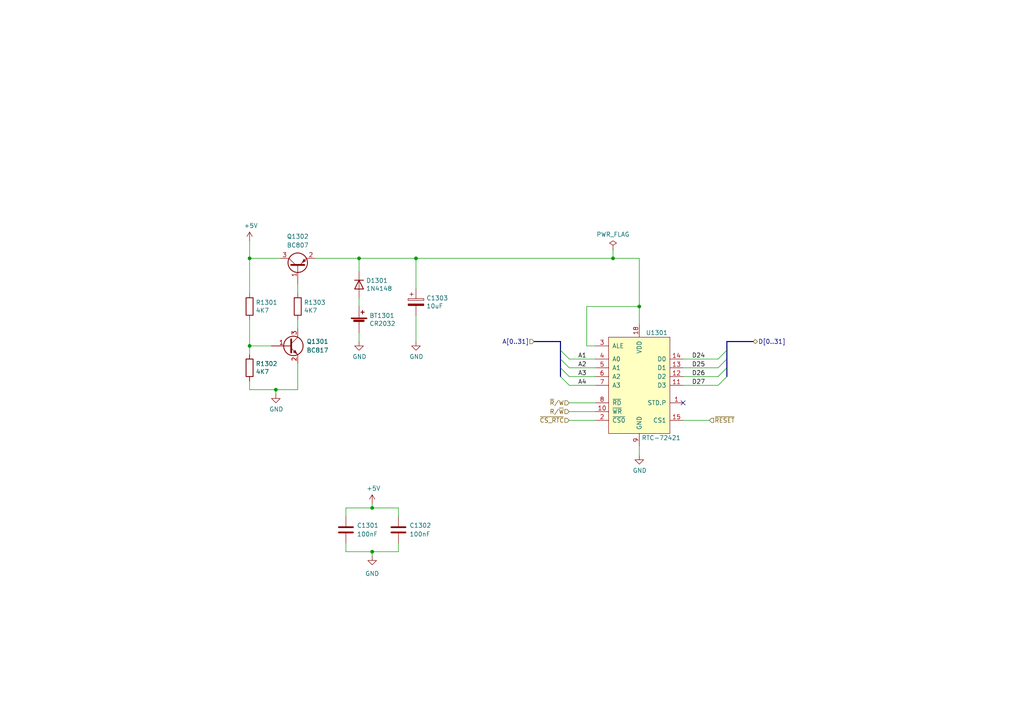
<source format=kicad_sch>
(kicad_sch (version 20230121) (generator eeschema)
  (paper "A4")
  (title_block (title "Y Ddraig Fawr") (company "Stephen Moody"))
  (lib_symbols
    (symbol "Ddraig:RTC-72421" (pin_names (offset 1.016))
      (property "Reference" "U" (at 6.35 13.97 0))
      (property "Value" "RTC-72421" (at 7.62 -17.78 0))
      (symbol "RTC-72421_0_1"
        (rectangle (start -8.89 12.7) (end 8.89 -15.24) (fill (type background)))
      )
      (symbol "RTC-72421_1_1"
        (pin output line (at 12.7 -6.35 180) (length 3.81) (name "STD.P") (number "1"))
        (pin input line (at -12.7 -8.89 0) (length 3.81) (name "~{WR}") (number "10"))
        (pin bidirectional line (at 12.7 -1.27 180) (length 3.81) (name "D3") (number "11"))
        (pin bidirectional line (at 12.7 1.27 180) (length 3.81) (name "D2") (number "12"))
        (pin bidirectional line (at 12.7 3.81 180) (length 3.81) (name "D1") (number "13"))
        (pin bidirectional line (at 12.7 6.35 180) (length 3.81) (name "D0") (number "14"))
        (pin input line (at 12.7 -11.43 180) (length 3.81) (name "CS1") (number "15"))
        (pin no_connect line (at -12.7 -3.81 0) (length 3.81) hide (name "(VDD)") (number "16"))
        (pin no_connect line (at 12.7 -3.81 180) (length 3.81) hide (name "(VDD)") (number "17"))
        (pin power_in line (at 0 16.51 270) (length 3.81) (name "VDD") (number "18"))
        (pin input line (at -12.7 -11.43 0) (length 3.81) (name "~{CS0}") (number "2"))
        (pin input line (at -12.7 10.16 0) (length 3.81) (name "ALE") (number "3"))
        (pin input line (at -12.7 6.35 0) (length 3.81) (name "A0") (number "4"))
        (pin input line (at -12.7 3.81 0) (length 3.81) (name "A1") (number "5"))
        (pin input line (at -12.7 1.27 0) (length 3.81) (name "A2") (number "6"))
        (pin input line (at -12.7 -1.27 0) (length 3.81) (name "A3") (number "7"))
        (pin input line (at -12.7 -6.35 0) (length 3.81) (name "~{RD}") (number "8"))
        (pin power_in line (at 0 -19.05 90) (length 3.81) (name "GND") (number "9"))
      )
    )
    (symbol "Device:Battery_Cell" (pin_numbers hide) (pin_names (offset 0) hide)
      (property "Reference" "BT" (at 2.54 2.54 0))
      (property "Value" "Battery_Cell" (at 2.54 0 0))
      (symbol "Battery_Cell_0_1"
        (rectangle (start -2.286 1.778) (end 2.286 1.524) (fill (type outline)))
        (rectangle (start -1.5748 1.1938) (end 1.4732 0.6858) (fill (type outline)))
        (polyline (pts (xy 0 0.762) (xy 0 0)))
        (polyline (pts (xy 0 1.778) (xy 0 2.54)))
        (polyline (pts (xy 0.508 3.429) (xy 1.524 3.429)) (stroke (width 0.254)))
        (polyline (pts (xy 1.016 3.937) (xy 1.016 2.921)) (stroke (width 0.254)))
      )
      (symbol "Battery_Cell_1_1"
        (pin passive line (at 0 5.08 270) (length 2.54) (name "+") (number "1"))
        (pin passive line (at 0 -2.54 90) (length 2.54) (name "-") (number "2"))
      )
    )
    (symbol "Device:C" (pin_numbers hide) (pin_names (offset 0.254))
      (property "Reference" "C" (at 0.635 2.54 0))
      (property "Value" "C" (at 0.635 -2.54 0))
      (symbol "C_0_1"
        (polyline (pts (xy -2.032 -0.762) (xy 2.032 -0.762)) (stroke (width 0.508)))
        (polyline (pts (xy -2.032 0.762) (xy 2.032 0.762)) (stroke (width 0.508)))
      )
      (symbol "C_1_1"
        (pin passive line (at 0 3.81 270) (length 2.794) (name "~") (number "1"))
        (pin passive line (at 0 -3.81 90) (length 2.794) (name "~") (number "2"))
      )
    )
    (symbol "Device:C_Polarized" (pin_numbers hide) (pin_names (offset 0.254))
      (property "Reference" "C" (at 0.635 2.54 0))
      (property "Value" "C_Polarized" (at 0.635 -2.54 0))
      (symbol "C_Polarized_0_1"
        (rectangle (start -2.286 0.508) (end 2.286 1.016))
        (polyline (pts (xy -1.778 2.286) (xy -0.762 2.286)))
        (polyline (pts (xy -1.27 2.794) (xy -1.27 1.778)))
        (rectangle (start 2.286 -0.508) (end -2.286 -1.016) (fill (type outline)))
      )
      (symbol "C_Polarized_1_1"
        (pin passive line (at 0 3.81 270) (length 2.794) (name "~") (number "1"))
        (pin passive line (at 0 -3.81 90) (length 2.794) (name "~") (number "2"))
      )
    )
    (symbol "Device:R" (pin_numbers hide) (pin_names (offset 0))
      (property "Reference" "R" (at 2.032 0 90))
      (property "Value" "R" (at 0 0 90))
      (symbol "R_0_1"
        (rectangle (start -1.016 -2.54) (end 1.016 2.54) (stroke (width 0.254)))
      )
      (symbol "R_1_1"
        (pin passive line (at 0 3.81 270) (length 1.27) (name "~") (number "1"))
        (pin passive line (at 0 -3.81 90) (length 1.27) (name "~") (number "2"))
      )
    )
    (symbol "Diode:1N4148" (pin_numbers hide) (pin_names hide)
      (property "Reference" "D" (at 0 2.54 0))
      (property "Value" "1N4148" (at 0 -2.54 0))
      (symbol "1N4148_0_1"
        (polyline (pts (xy -1.27 1.27) (xy -1.27 -1.27)) (stroke (width 0.254)))
        (polyline (pts (xy 1.27 0) (xy -1.27 0)))
        (polyline (pts (xy 1.27 1.27) (xy 1.27 -1.27) (xy -1.27 0) (xy 1.27 1.27)) (stroke (width 0.254)))
      )
      (symbol "1N4148_1_1"
        (pin passive line (at -3.81 0 0) (length 2.54) (name "K") (number "1"))
        (pin passive line (at 3.81 0 180) (length 2.54) (name "A") (number "2"))
      )
    )
    (symbol "Transistor_BJT:BC807" (pin_names (offset 0) hide)
      (property "Reference" "Q" (at 5.08 1.905 0))
      (property "Value" "BC807" (at 5.08 0 0))
      (symbol "BC807_0_1"
        (polyline (pts (xy 0.635 0.635) (xy 2.54 2.54)))
        (polyline (pts (xy 0.635 -0.635) (xy 2.54 -2.54) (xy 2.54 -2.54)))
        (polyline (pts (xy 0.635 1.905) (xy 0.635 -1.905) (xy 0.635 -1.905)) (stroke (width 0.508)))
        (polyline (pts (xy 2.286 -1.778) (xy 1.778 -2.286) (xy 1.27 -1.27) (xy 2.286 -1.778) (xy 2.286 -1.778)) (fill (type outline)))
        (circle (center 1.27 0) (radius 2.8194) (stroke (width 0.254)))
      )
      (symbol "BC807_1_1"
        (pin input line (at -5.08 0 0) (length 5.715) (name "B") (number "1"))
        (pin passive line (at 2.54 -5.08 90) (length 2.54) (name "E") (number "2"))
        (pin passive line (at 2.54 5.08 270) (length 2.54) (name "C") (number "3"))
      )
    )
    (symbol "Transistor_BJT:BC817" (pin_names (offset 0) hide)
      (property "Reference" "Q" (at 5.08 1.905 0))
      (property "Value" "BC817" (at 5.08 0 0))
      (symbol "BC817_0_1"
        (polyline (pts (xy 0.635 0.635) (xy 2.54 2.54)))
        (polyline (pts (xy 0.635 -0.635) (xy 2.54 -2.54) (xy 2.54 -2.54)))
        (polyline (pts (xy 0.635 1.905) (xy 0.635 -1.905) (xy 0.635 -1.905)) (stroke (width 0.508)))
        (polyline (pts (xy 1.27 -1.778) (xy 1.778 -1.27) (xy 2.286 -2.286) (xy 1.27 -1.778) (xy 1.27 -1.778)) (fill (type outline)))
        (circle (center 1.27 0) (radius 2.8194) (stroke (width 0.254)))
      )
      (symbol "BC817_1_1"
        (pin input line (at -5.08 0 0) (length 5.715) (name "B") (number "1"))
        (pin passive line (at 2.54 -5.08 90) (length 2.54) (name "E") (number "2"))
        (pin passive line (at 2.54 5.08 270) (length 2.54) (name "C") (number "3"))
      )
    )
    (symbol "power:+5V" (power) (pin_names (offset 0))
      (property "Value" "+5V" (at 0 3.556 0))
      (symbol "+5V_0_1"
        (polyline (pts (xy -0.762 1.27) (xy 0 2.54)))
        (polyline (pts (xy 0 0) (xy 0 2.54)))
        (polyline (pts (xy 0 2.54) (xy 0.762 1.27)))
      )
      (symbol "+5V_1_1"
        (pin power_in line (at 0 0 90) (length 0) hide (name "+5V") (number "1"))
      )
    )
    (symbol "power:GND" (power) (pin_names (offset 0))
      (property "Value" "GND" (at 0 -3.81 0))
      (symbol "GND_0_1"
        (polyline (pts (xy 0 0) (xy 0 -1.27) (xy 1.27 -1.27) (xy 0 -2.54) (xy -1.27 -1.27) (xy 0 -1.27)))
      )
      (symbol "GND_1_1"
        (pin power_in line (at 0 0 270) (length 0) hide (name "GND") (number "1"))
      )
    )
    (symbol "power:PWR_FLAG" (power) (pin_numbers hide) (pin_names (offset 0) hide)
      (property "Value" "PWR_FLAG" (at 0 3.81 0))
      (symbol "PWR_FLAG_0_0"
        (pin power_out line (at 0 0 90) (length 0) (name "pwr") (number "1"))
      )
      (symbol "PWR_FLAG_0_1"
        (polyline (pts (xy 0 0) (xy 0 1.27) (xy -1.016 1.905) (xy 0 2.54) (xy 1.016 1.905) (xy 0 1.27)))
      )
    )
  )
  (junction (at 120.65 74.93))
  (junction (at 107.95 160.02))
  (junction (at 72.39 100.33))
  (junction (at 80.01 113.03))
  (junction (at 107.95 147.32))
  (junction (at 185.42 88.9))
  (junction (at 177.8 74.93))
  (junction (at 72.39 74.93))
  (junction (at 104.14 74.93))
  (no_connect (at 198.12 116.84))
  (bus_entry (at 210.82 104.14) (size -2.54 2.54))
  (bus_entry (at 162.56 101.6) (size 2.54 2.54))
  (bus_entry (at 210.82 101.6) (size -2.54 2.54))
  (bus_entry (at 162.56 106.68) (size 2.54 2.54))
  (bus_entry (at 162.56 104.14) (size 2.54 2.54))
  (bus_entry (at 210.82 109.22) (size -2.54 2.54))
  (bus_entry (at 210.82 106.68) (size -2.54 2.54))
  (bus_entry (at 162.56 109.22) (size 2.54 2.54))
  (bus (pts (xy 162.56 99.06) (xy 154.94 99.06)))
  (wire (pts (xy 100.33 160.02) (xy 100.33 157.48)))
  (wire (pts (xy 208.28 106.68) (xy 198.12 106.68)))
  (wire (pts (xy 172.72 100.33) (xy 170.18 100.33)))
  (wire (pts (xy 172.72 121.92) (xy 165.1 121.92)))
  (wire (pts (xy 81.28 74.93) (xy 72.39 74.93)))
  (wire (pts (xy 177.8 74.93) (xy 185.42 74.93)))
  (wire (pts (xy 115.57 147.32) (xy 115.57 149.86)))
  (wire (pts (xy 107.95 160.02) (xy 107.95 161.29)))
  (bus (pts (xy 162.56 106.68) (xy 162.56 109.22)))
  (wire (pts (xy 86.36 95.25) (xy 86.36 92.71)))
  (wire (pts (xy 185.42 88.9) (xy 185.42 93.98)))
  (wire (pts (xy 172.72 116.84) (xy 165.1 116.84)))
  (bus (pts (xy 162.56 99.06) (xy 162.56 101.6)))
  (bus (pts (xy 162.56 101.6) (xy 162.56 104.14)))
  (wire (pts (xy 120.65 74.93) (xy 104.14 74.93)))
  (wire (pts (xy 72.39 110.49) (xy 72.39 113.03)))
  (wire (pts (xy 107.95 160.02) (xy 100.33 160.02)))
  (wire (pts (xy 80.01 113.03) (xy 80.01 114.3)))
  (wire (pts (xy 86.36 113.03) (xy 80.01 113.03)))
  (wire (pts (xy 100.33 149.86) (xy 100.33 147.32)))
  (wire (pts (xy 208.28 111.76) (xy 198.12 111.76)))
  (wire (pts (xy 91.44 74.93) (xy 104.14 74.93)))
  (wire (pts (xy 72.39 100.33) (xy 72.39 102.87)))
  (wire (pts (xy 115.57 157.48) (xy 115.57 160.02)))
  (wire (pts (xy 170.18 100.33) (xy 170.18 88.9)))
  (wire (pts (xy 78.74 100.33) (xy 72.39 100.33)))
  (wire (pts (xy 165.1 119.38) (xy 172.72 119.38)))
  (bus (pts (xy 162.56 104.14) (xy 162.56 106.68)))
  (bus (pts (xy 210.82 101.6) (xy 210.82 104.14)))
  (wire (pts (xy 185.42 132.08) (xy 185.42 129.54)))
  (wire (pts (xy 208.28 109.22) (xy 198.12 109.22)))
  (wire (pts (xy 104.14 74.93) (xy 104.14 78.74)))
  (wire (pts (xy 165.1 104.14) (xy 172.72 104.14)))
  (wire (pts (xy 107.95 147.32) (xy 115.57 147.32)))
  (wire (pts (xy 107.95 146.05) (xy 107.95 147.32)))
  (wire (pts (xy 72.39 92.71) (xy 72.39 100.33)))
  (wire (pts (xy 104.14 86.36) (xy 104.14 88.9)))
  (wire (pts (xy 205.74 121.92) (xy 198.12 121.92)))
  (wire (pts (xy 120.65 83.82) (xy 120.65 74.93)))
  (wire (pts (xy 208.28 104.14) (xy 198.12 104.14)))
  (wire (pts (xy 104.14 96.52) (xy 104.14 99.06)))
  (wire (pts (xy 185.42 74.93) (xy 185.42 88.9)))
  (wire (pts (xy 177.8 72.39) (xy 177.8 74.93)))
  (bus (pts (xy 210.82 106.68) (xy 210.82 109.22)))
  (wire (pts (xy 165.1 109.22) (xy 172.72 109.22)))
  (bus (pts (xy 210.82 99.06) (xy 210.82 101.6)))
  (wire (pts (xy 115.57 160.02) (xy 107.95 160.02)))
  (wire (pts (xy 100.33 147.32) (xy 107.95 147.32)))
  (wire (pts (xy 172.72 111.76) (xy 165.1 111.76)))
  (wire (pts (xy 120.65 99.06) (xy 120.65 91.44)))
  (wire (pts (xy 86.36 82.55) (xy 86.36 85.09)))
  (wire (pts (xy 72.39 113.03) (xy 80.01 113.03)))
  (wire (pts (xy 72.39 69.85) (xy 72.39 74.93)))
  (wire (pts (xy 120.65 74.93) (xy 177.8 74.93)))
  (wire (pts (xy 72.39 74.93) (xy 72.39 85.09)))
  (wire (pts (xy 172.72 106.68) (xy 165.1 106.68)))
  (bus (pts (xy 210.82 99.06) (xy 218.44 99.06)))
  (wire (pts (xy 86.36 105.41) (xy 86.36 113.03)))
  (wire (pts (xy 170.18 88.9) (xy 185.42 88.9)))
  (bus (pts (xy 210.82 104.14) (xy 210.82 106.68)))
  (label "A2" (at 167.64 106.68 0))
  (label "D26" (at 200.66 109.22 0))
  (label "D27" (at 200.66 111.76 0))
  (label "A3" (at 167.64 109.22 0))
  (label "A4" (at 167.64 111.76 0))
  (label "A1" (at 167.64 104.14 0))
  (label "D25" (at 200.66 106.68 0))
  (label "D24" (at 200.66 104.14 0))
  (hierarchical_label "~{RESET}" (shape input) (at 205.74 121.92 0))
  (hierarchical_label "~{CS_RTC}" (shape input) (at 165.1 121.92 180))
  (hierarchical_label "D[0..31]" (shape bidirectional) (at 218.44 99.06 0))
  (hierarchical_label "A[0..31]" (shape input) (at 154.94 99.06 180))
  (hierarchical_label "~{R}{slash}W" (shape input) (at 165.1 116.84 180))
  (hierarchical_label "R{slash}~{W}" (shape input) (at 165.1 119.38 180))
  (symbol (lib_id "Ddraig:RTC-72421") (at 185.42 110.49 0) (unit 1)
    (property "Reference" "U1301" (at 190.5 96.52 0))
    (property "Value" "RTC-72421" (at 191.77 127 0))
    (property "Footprint" "Package_DIP:DIP-18_W7.62mm_Socket" (effects hide))
  )
  (symbol (lib_id "Diode:1N4148") (at 104.14 82.55 270) (unit 1)
    (property "Reference" "D1301" (at 106.172 81.3816 90) (effects (justify left)))
    (property "Value" "1N4148" (at 106.172 83.693 90) (effects (justify left)))
    (property "Footprint" "Diode_SMD:D_SOD-323" (effects hide))
    (property "Datasheet" "https://assets.nexperia.com/documents/data-sheet/1N4148_1N4448.pdf" (effects hide))
  )
  (symbol (lib_id "Device:Battery_Cell") (at 104.14 93.98 0) (unit 1)
    (property "Reference" "BT1301" (at 107.1372 91.5416 0) (effects (justify left)))
    (property "Value" "CR2032" (at 107.1372 93.853 0) (effects (justify left)))
    (property "Footprint" "Battery:BatteryHolder_Keystone_103_1x20mm" (effects hide))
  )
  (symbol (lib_id "Device:R") (at 72.39 106.68 0) (unit 1)
    (property "Reference" "R1302" (at 74.168 105.5116 0) (effects (justify left)))
    (property "Value" "4K7" (at 74.168 107.823 0) (effects (justify left)))
    (property "Footprint" "Resistor_SMD:R_0805_2012Metric" (effects hide))
  )
  (symbol (lib_id "Device:C_Polarized") (at 120.65 87.63 0) (unit 1)
    (property "Reference" "C1303" (at 123.6472 86.4616 0) (effects (justify left)))
    (property "Value" "10uF" (at 123.6472 88.773 0) (effects (justify left)))
    (property "Footprint" "Capacitor_SMD:CP_Elec_4x5.3" (effects hide))
  )
  (symbol (lib_id "power:GND") (at 104.14 99.06 0) (unit 1)
    (property "Reference" "#PWR01303" (effects hide))
    (property "Value" "GND" (at 104.267 103.4542 0))
  )
  (symbol (lib_id "power:+5V") (at 72.39 69.85 0) (unit 1)
    (property "Reference" "#PWR01301" (effects hide))
    (property "Value" "+5V" (at 72.771 65.4558 0))
  )
  (symbol (lib_id "power:GND") (at 120.65 99.06 0) (unit 1)
    (property "Reference" "#PWR01306" (effects hide))
    (property "Value" "GND" (at 120.777 103.4542 0))
  )
  (symbol (lib_id "Device:R") (at 86.36 88.9 0) (unit 1)
    (property "Reference" "R1303" (at 88.138 87.7316 0) (effects (justify left)))
    (property "Value" "4K7" (at 88.138 90.043 0) (effects (justify left)))
    (property "Footprint" "Resistor_SMD:R_0805_2012Metric" (effects hide))
  )
  (symbol (lib_id "Device:R") (at 72.39 88.9 0) (unit 1)
    (property "Reference" "R1301" (at 74.168 87.7316 0) (effects (justify left)))
    (property "Value" "4K7" (at 74.168 90.043 0) (effects (justify left)))
    (property "Footprint" "Resistor_SMD:R_0805_2012Metric" (effects hide))
  )
  (symbol (lib_id "power:GND") (at 80.01 114.3 0) (unit 1)
    (property "Reference" "#PWR01302" (effects hide))
    (property "Value" "GND" (at 80.137 118.6942 0))
  )
  (symbol (lib_id "power:GND") (at 185.42 132.08 0) (unit 1)
    (property "Reference" "#PWR01307" (effects hide))
    (property "Value" "GND" (at 185.547 136.4742 0))
  )
  (symbol (lib_id "power:PWR_FLAG") (at 177.8 72.39 0) (unit 1)
    (property "Reference" "#FLG01301" (effects hide))
    (property "Value" "PWR_FLAG" (at 177.8 67.9958 0))
  )
  (symbol (lib_id "Transistor_BJT:BC817") (at 83.82 100.33 0) (unit 1)
    (property "Reference" "Q1301" (at 88.9 99.0599 0) (effects (justify left)))
    (property "Value" "BC817" (at 88.9 101.5999 0) (effects (justify left)))
    (property "Footprint" "Package_TO_SOT_SMD:SOT-23" (effects hide))
    (property "Datasheet" "https://www.onsemi.com/pub/Collateral/BC818-D.pdf" (effects hide))
  )
  (symbol (lib_id "Transistor_BJT:BC807") (at 86.36 77.47 90) (unit 1)
    (property "Reference" "Q1302" (at 86.36 68.58 90))
    (property "Value" "BC807" (at 86.36 71.12 90))
    (property "Footprint" "Package_TO_SOT_SMD:SOT-23" (effects hide))
    (property "Datasheet" "https://www.onsemi.com/pub/Collateral/BC808-D.pdf" (effects hide))
  )
  (symbol (lib_id "power:GND") (at 107.95 161.29 0) (unit 1)
    (property "Reference" "#PWR01304" (effects hide))
    (property "Value" "GND" (at 107.95 166.37 0))
  )
  (symbol (lib_id "power:+5V") (at 107.95 146.05 0) (unit 1)
    (property "Reference" "#PWR01305" (effects hide))
    (property "Value" "+5V" (at 108.331 141.6558 0))
  )
  (symbol (lib_id "Device:C") (at 115.57 153.67 0) (unit 1)
    (property "Reference" "C1302" (at 118.745 152.3999 0) (effects (justify left)))
    (property "Value" "100nF" (at 118.745 154.9399 0) (effects (justify left)))
    (property "Footprint" "Capacitor_SMD:C_0805_2012Metric" (effects hide))
  )
  (symbol (lib_id "Device:C") (at 100.33 153.67 0) (unit 1)
    (property "Reference" "C1301" (at 103.505 152.3999 0) (effects (justify left)))
    (property "Value" "100nF" (at 103.505 154.9399 0) (effects (justify left)))
    (property "Footprint" "Capacitor_SMD:C_0805_2012Metric" (effects hide))
  )
)
</source>
